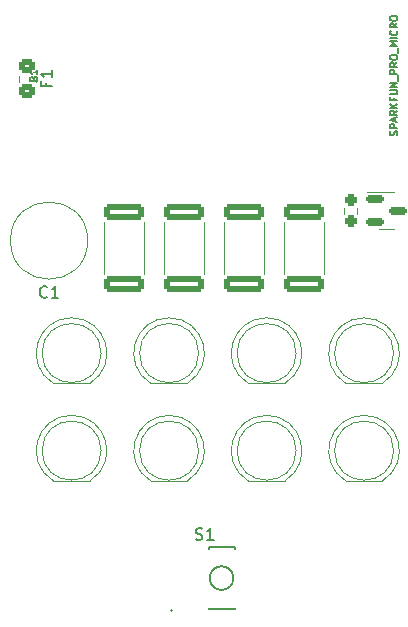
<source format=gbr>
%TF.GenerationSoftware,KiCad,Pcbnew,7.0.9-7.0.9~ubuntu20.04.1*%
%TF.CreationDate,2023-12-28T23:11:07+09:00*%
%TF.ProjectId,diy_oled_3d_controller,6469795f-6f6c-4656-945f-33645f636f6e,rev?*%
%TF.SameCoordinates,Original*%
%TF.FileFunction,Legend,Top*%
%TF.FilePolarity,Positive*%
%FSLAX46Y46*%
G04 Gerber Fmt 4.6, Leading zero omitted, Abs format (unit mm)*
G04 Created by KiCad (PCBNEW 7.0.9-7.0.9~ubuntu20.04.1) date 2023-12-28 23:11:07*
%MOMM*%
%LPD*%
G01*
G04 APERTURE LIST*
G04 Aperture macros list*
%AMRoundRect*
0 Rectangle with rounded corners*
0 $1 Rounding radius*
0 $2 $3 $4 $5 $6 $7 $8 $9 X,Y pos of 4 corners*
0 Add a 4 corners polygon primitive as box body*
4,1,4,$2,$3,$4,$5,$6,$7,$8,$9,$2,$3,0*
0 Add four circle primitives for the rounded corners*
1,1,$1+$1,$2,$3*
1,1,$1+$1,$4,$5*
1,1,$1+$1,$6,$7*
1,1,$1+$1,$8,$9*
0 Add four rect primitives between the rounded corners*
20,1,$1+$1,$2,$3,$4,$5,0*
20,1,$1+$1,$4,$5,$6,$7,0*
20,1,$1+$1,$6,$7,$8,$9,0*
20,1,$1+$1,$8,$9,$2,$3,0*%
G04 Aperture macros list end*
%ADD10C,0.150000*%
%ADD11C,0.127000*%
%ADD12C,0.120000*%
%ADD13RoundRect,0.250000X-0.450000X0.325000X-0.450000X-0.325000X0.450000X-0.325000X0.450000X0.325000X0*%
%ADD14RoundRect,0.237500X-0.237500X0.250000X-0.237500X-0.250000X0.237500X-0.250000X0.237500X0.250000X0*%
%ADD15R,1.800000X1.800000*%
%ADD16C,1.800000*%
%ADD17RoundRect,0.150000X-0.587500X-0.150000X0.587500X-0.150000X0.587500X0.150000X-0.587500X0.150000X0*%
%ADD18RoundRect,0.249999X-1.425001X0.450001X-1.425001X-0.450001X1.425001X-0.450001X1.425001X0.450001X0*%
%ADD19C,1.600000*%
%ADD20C,2.082800*%
%ADD21R,1.700000X1.000000*%
%ADD22R,1.220000X1.220000*%
%ADD23C,1.220000*%
G04 APERTURE END LIST*
D10*
X95002209Y-60277333D02*
X95002209Y-60610666D01*
X95526019Y-60610666D02*
X94526019Y-60610666D01*
X94526019Y-60610666D02*
X94526019Y-60134476D01*
X95526019Y-59229714D02*
X95526019Y-59801142D01*
X95526019Y-59515428D02*
X94526019Y-59515428D01*
X94526019Y-59515428D02*
X94668876Y-59610666D01*
X94668876Y-59610666D02*
X94764114Y-59705904D01*
X94764114Y-59705904D02*
X94811733Y-59801142D01*
X95083333Y-78419580D02*
X95035714Y-78467200D01*
X95035714Y-78467200D02*
X94892857Y-78514819D01*
X94892857Y-78514819D02*
X94797619Y-78514819D01*
X94797619Y-78514819D02*
X94654762Y-78467200D01*
X94654762Y-78467200D02*
X94559524Y-78371961D01*
X94559524Y-78371961D02*
X94511905Y-78276723D01*
X94511905Y-78276723D02*
X94464286Y-78086247D01*
X94464286Y-78086247D02*
X94464286Y-77943390D01*
X94464286Y-77943390D02*
X94511905Y-77752914D01*
X94511905Y-77752914D02*
X94559524Y-77657676D01*
X94559524Y-77657676D02*
X94654762Y-77562438D01*
X94654762Y-77562438D02*
X94797619Y-77514819D01*
X94797619Y-77514819D02*
X94892857Y-77514819D01*
X94892857Y-77514819D02*
X95035714Y-77562438D01*
X95035714Y-77562438D02*
X95083333Y-77610057D01*
X96035714Y-78514819D02*
X95464286Y-78514819D01*
X95750000Y-78514819D02*
X95750000Y-77514819D01*
X95750000Y-77514819D02*
X95654762Y-77657676D01*
X95654762Y-77657676D02*
X95559524Y-77752914D01*
X95559524Y-77752914D02*
X95464286Y-77800533D01*
D11*
X93936094Y-59936742D02*
X93965122Y-59849656D01*
X93965122Y-59849656D02*
X93994151Y-59820627D01*
X93994151Y-59820627D02*
X94052208Y-59791599D01*
X94052208Y-59791599D02*
X94139294Y-59791599D01*
X94139294Y-59791599D02*
X94197351Y-59820627D01*
X94197351Y-59820627D02*
X94226380Y-59849656D01*
X94226380Y-59849656D02*
X94255408Y-59907713D01*
X94255408Y-59907713D02*
X94255408Y-60139942D01*
X94255408Y-60139942D02*
X93645808Y-60139942D01*
X93645808Y-60139942D02*
X93645808Y-59936742D01*
X93645808Y-59936742D02*
X93674837Y-59878685D01*
X93674837Y-59878685D02*
X93703865Y-59849656D01*
X93703865Y-59849656D02*
X93761922Y-59820627D01*
X93761922Y-59820627D02*
X93819980Y-59820627D01*
X93819980Y-59820627D02*
X93878037Y-59849656D01*
X93878037Y-59849656D02*
X93907065Y-59878685D01*
X93907065Y-59878685D02*
X93936094Y-59936742D01*
X93936094Y-59936742D02*
X93936094Y-60139942D01*
X94255408Y-59211027D02*
X94255408Y-59559370D01*
X94255408Y-59385199D02*
X93645808Y-59385199D01*
X93645808Y-59385199D02*
X93732894Y-59443256D01*
X93732894Y-59443256D02*
X93790951Y-59501313D01*
X93790951Y-59501313D02*
X93819980Y-59559370D01*
X124706380Y-64755485D02*
X124735408Y-64668400D01*
X124735408Y-64668400D02*
X124735408Y-64523257D01*
X124735408Y-64523257D02*
X124706380Y-64465200D01*
X124706380Y-64465200D02*
X124677351Y-64436171D01*
X124677351Y-64436171D02*
X124619294Y-64407142D01*
X124619294Y-64407142D02*
X124561237Y-64407142D01*
X124561237Y-64407142D02*
X124503180Y-64436171D01*
X124503180Y-64436171D02*
X124474151Y-64465200D01*
X124474151Y-64465200D02*
X124445122Y-64523257D01*
X124445122Y-64523257D02*
X124416094Y-64639371D01*
X124416094Y-64639371D02*
X124387065Y-64697428D01*
X124387065Y-64697428D02*
X124358037Y-64726457D01*
X124358037Y-64726457D02*
X124299980Y-64755485D01*
X124299980Y-64755485D02*
X124241922Y-64755485D01*
X124241922Y-64755485D02*
X124183865Y-64726457D01*
X124183865Y-64726457D02*
X124154837Y-64697428D01*
X124154837Y-64697428D02*
X124125808Y-64639371D01*
X124125808Y-64639371D02*
X124125808Y-64494228D01*
X124125808Y-64494228D02*
X124154837Y-64407142D01*
X124735408Y-64145886D02*
X124125808Y-64145886D01*
X124125808Y-64145886D02*
X124125808Y-63913657D01*
X124125808Y-63913657D02*
X124154837Y-63855600D01*
X124154837Y-63855600D02*
X124183865Y-63826571D01*
X124183865Y-63826571D02*
X124241922Y-63797543D01*
X124241922Y-63797543D02*
X124329008Y-63797543D01*
X124329008Y-63797543D02*
X124387065Y-63826571D01*
X124387065Y-63826571D02*
X124416094Y-63855600D01*
X124416094Y-63855600D02*
X124445122Y-63913657D01*
X124445122Y-63913657D02*
X124445122Y-64145886D01*
X124561237Y-63565314D02*
X124561237Y-63275029D01*
X124735408Y-63623371D02*
X124125808Y-63420171D01*
X124125808Y-63420171D02*
X124735408Y-63216971D01*
X124735408Y-62665429D02*
X124445122Y-62868629D01*
X124735408Y-63013772D02*
X124125808Y-63013772D01*
X124125808Y-63013772D02*
X124125808Y-62781543D01*
X124125808Y-62781543D02*
X124154837Y-62723486D01*
X124154837Y-62723486D02*
X124183865Y-62694457D01*
X124183865Y-62694457D02*
X124241922Y-62665429D01*
X124241922Y-62665429D02*
X124329008Y-62665429D01*
X124329008Y-62665429D02*
X124387065Y-62694457D01*
X124387065Y-62694457D02*
X124416094Y-62723486D01*
X124416094Y-62723486D02*
X124445122Y-62781543D01*
X124445122Y-62781543D02*
X124445122Y-63013772D01*
X124735408Y-62404172D02*
X124125808Y-62404172D01*
X124735408Y-62055829D02*
X124387065Y-62317086D01*
X124125808Y-62055829D02*
X124474151Y-62404172D01*
X124416094Y-61591372D02*
X124416094Y-61794572D01*
X124735408Y-61794572D02*
X124125808Y-61794572D01*
X124125808Y-61794572D02*
X124125808Y-61504286D01*
X124125808Y-61272058D02*
X124619294Y-61272058D01*
X124619294Y-61272058D02*
X124677351Y-61243029D01*
X124677351Y-61243029D02*
X124706380Y-61214001D01*
X124706380Y-61214001D02*
X124735408Y-61155943D01*
X124735408Y-61155943D02*
X124735408Y-61039829D01*
X124735408Y-61039829D02*
X124706380Y-60981772D01*
X124706380Y-60981772D02*
X124677351Y-60952743D01*
X124677351Y-60952743D02*
X124619294Y-60923715D01*
X124619294Y-60923715D02*
X124125808Y-60923715D01*
X124735408Y-60633429D02*
X124125808Y-60633429D01*
X124125808Y-60633429D02*
X124735408Y-60285086D01*
X124735408Y-60285086D02*
X124125808Y-60285086D01*
X124793465Y-60139943D02*
X124793465Y-59675485D01*
X124735408Y-59530343D02*
X124125808Y-59530343D01*
X124125808Y-59530343D02*
X124125808Y-59298114D01*
X124125808Y-59298114D02*
X124154837Y-59240057D01*
X124154837Y-59240057D02*
X124183865Y-59211028D01*
X124183865Y-59211028D02*
X124241922Y-59182000D01*
X124241922Y-59182000D02*
X124329008Y-59182000D01*
X124329008Y-59182000D02*
X124387065Y-59211028D01*
X124387065Y-59211028D02*
X124416094Y-59240057D01*
X124416094Y-59240057D02*
X124445122Y-59298114D01*
X124445122Y-59298114D02*
X124445122Y-59530343D01*
X124735408Y-58572400D02*
X124445122Y-58775600D01*
X124735408Y-58920743D02*
X124125808Y-58920743D01*
X124125808Y-58920743D02*
X124125808Y-58688514D01*
X124125808Y-58688514D02*
X124154837Y-58630457D01*
X124154837Y-58630457D02*
X124183865Y-58601428D01*
X124183865Y-58601428D02*
X124241922Y-58572400D01*
X124241922Y-58572400D02*
X124329008Y-58572400D01*
X124329008Y-58572400D02*
X124387065Y-58601428D01*
X124387065Y-58601428D02*
X124416094Y-58630457D01*
X124416094Y-58630457D02*
X124445122Y-58688514D01*
X124445122Y-58688514D02*
X124445122Y-58920743D01*
X124125808Y-58195028D02*
X124125808Y-58078914D01*
X124125808Y-58078914D02*
X124154837Y-58020857D01*
X124154837Y-58020857D02*
X124212894Y-57962800D01*
X124212894Y-57962800D02*
X124329008Y-57933771D01*
X124329008Y-57933771D02*
X124532208Y-57933771D01*
X124532208Y-57933771D02*
X124648322Y-57962800D01*
X124648322Y-57962800D02*
X124706380Y-58020857D01*
X124706380Y-58020857D02*
X124735408Y-58078914D01*
X124735408Y-58078914D02*
X124735408Y-58195028D01*
X124735408Y-58195028D02*
X124706380Y-58253086D01*
X124706380Y-58253086D02*
X124648322Y-58311143D01*
X124648322Y-58311143D02*
X124532208Y-58340171D01*
X124532208Y-58340171D02*
X124329008Y-58340171D01*
X124329008Y-58340171D02*
X124212894Y-58311143D01*
X124212894Y-58311143D02*
X124154837Y-58253086D01*
X124154837Y-58253086D02*
X124125808Y-58195028D01*
X124793465Y-57817657D02*
X124793465Y-57353199D01*
X124735408Y-57208057D02*
X124125808Y-57208057D01*
X124125808Y-57208057D02*
X124561237Y-57004857D01*
X124561237Y-57004857D02*
X124125808Y-56801657D01*
X124125808Y-56801657D02*
X124735408Y-56801657D01*
X124735408Y-56511371D02*
X124125808Y-56511371D01*
X124677351Y-55872742D02*
X124706380Y-55901770D01*
X124706380Y-55901770D02*
X124735408Y-55988856D01*
X124735408Y-55988856D02*
X124735408Y-56046913D01*
X124735408Y-56046913D02*
X124706380Y-56133999D01*
X124706380Y-56133999D02*
X124648322Y-56192056D01*
X124648322Y-56192056D02*
X124590265Y-56221085D01*
X124590265Y-56221085D02*
X124474151Y-56250113D01*
X124474151Y-56250113D02*
X124387065Y-56250113D01*
X124387065Y-56250113D02*
X124270951Y-56221085D01*
X124270951Y-56221085D02*
X124212894Y-56192056D01*
X124212894Y-56192056D02*
X124154837Y-56133999D01*
X124154837Y-56133999D02*
X124125808Y-56046913D01*
X124125808Y-56046913D02*
X124125808Y-55988856D01*
X124125808Y-55988856D02*
X124154837Y-55901770D01*
X124154837Y-55901770D02*
X124183865Y-55872742D01*
X124735408Y-55263142D02*
X124445122Y-55466342D01*
X124735408Y-55611485D02*
X124125808Y-55611485D01*
X124125808Y-55611485D02*
X124125808Y-55379256D01*
X124125808Y-55379256D02*
X124154837Y-55321199D01*
X124154837Y-55321199D02*
X124183865Y-55292170D01*
X124183865Y-55292170D02*
X124241922Y-55263142D01*
X124241922Y-55263142D02*
X124329008Y-55263142D01*
X124329008Y-55263142D02*
X124387065Y-55292170D01*
X124387065Y-55292170D02*
X124416094Y-55321199D01*
X124416094Y-55321199D02*
X124445122Y-55379256D01*
X124445122Y-55379256D02*
X124445122Y-55611485D01*
X124125808Y-54885770D02*
X124125808Y-54769656D01*
X124125808Y-54769656D02*
X124154837Y-54711599D01*
X124154837Y-54711599D02*
X124212894Y-54653542D01*
X124212894Y-54653542D02*
X124329008Y-54624513D01*
X124329008Y-54624513D02*
X124532208Y-54624513D01*
X124532208Y-54624513D02*
X124648322Y-54653542D01*
X124648322Y-54653542D02*
X124706380Y-54711599D01*
X124706380Y-54711599D02*
X124735408Y-54769656D01*
X124735408Y-54769656D02*
X124735408Y-54885770D01*
X124735408Y-54885770D02*
X124706380Y-54943828D01*
X124706380Y-54943828D02*
X124648322Y-55001885D01*
X124648322Y-55001885D02*
X124532208Y-55030913D01*
X124532208Y-55030913D02*
X124329008Y-55030913D01*
X124329008Y-55030913D02*
X124212894Y-55001885D01*
X124212894Y-55001885D02*
X124154837Y-54943828D01*
X124154837Y-54943828D02*
X124125808Y-54885770D01*
D10*
X107667817Y-98956771D02*
X107810694Y-99004396D01*
X107810694Y-99004396D02*
X108048821Y-99004396D01*
X108048821Y-99004396D02*
X108144072Y-98956771D01*
X108144072Y-98956771D02*
X108191697Y-98909145D01*
X108191697Y-98909145D02*
X108239322Y-98813894D01*
X108239322Y-98813894D02*
X108239322Y-98718643D01*
X108239322Y-98718643D02*
X108191697Y-98623393D01*
X108191697Y-98623393D02*
X108144072Y-98575767D01*
X108144072Y-98575767D02*
X108048821Y-98528142D01*
X108048821Y-98528142D02*
X107858319Y-98480516D01*
X107858319Y-98480516D02*
X107763068Y-98432891D01*
X107763068Y-98432891D02*
X107715443Y-98385265D01*
X107715443Y-98385265D02*
X107667817Y-98290015D01*
X107667817Y-98290015D02*
X107667817Y-98194764D01*
X107667817Y-98194764D02*
X107715443Y-98099513D01*
X107715443Y-98099513D02*
X107763068Y-98051887D01*
X107763068Y-98051887D02*
X107858319Y-98004262D01*
X107858319Y-98004262D02*
X108096446Y-98004262D01*
X108096446Y-98004262D02*
X108239322Y-98051887D01*
X109191831Y-99004396D02*
X108620326Y-99004396D01*
X108906079Y-99004396D02*
X108906079Y-98004262D01*
X108906079Y-98004262D02*
X108810828Y-98147138D01*
X108810828Y-98147138D02*
X108715577Y-98242389D01*
X108715577Y-98242389D02*
X108620326Y-98290015D01*
D12*
%TO.C,F1*%
X94131200Y-59682748D02*
X94131200Y-60205252D01*
X92711200Y-59682748D02*
X92711200Y-60205252D01*
%TO.C,R1*%
X121305000Y-70865276D02*
X121305000Y-71374724D01*
X120260000Y-70865276D02*
X120260000Y-71374724D01*
%TO.C,D6*%
X103865000Y-94005000D02*
X106955000Y-94005000D01*
X105410462Y-88455001D02*
G75*
G03*
X103865170Y-94004999I-462J-2989999D01*
G01*
X106954830Y-94005000D02*
G75*
G03*
X105409538Y-88455000I-1544830J2560000D01*
G01*
X107910000Y-91445000D02*
G75*
G03*
X107910000Y-91445000I-2500000J0D01*
G01*
%TO.C,D8*%
X120375000Y-94005000D02*
X123465000Y-94005000D01*
X121920462Y-88455001D02*
G75*
G03*
X120375170Y-94004999I-462J-2989999D01*
G01*
X123464830Y-94005000D02*
G75*
G03*
X121919538Y-88455000I-1544830J2560000D01*
G01*
X124420000Y-91445000D02*
G75*
G03*
X124420000Y-91445000I-2500000J0D01*
G01*
%TO.C,D1*%
X95610000Y-85745000D02*
X98700000Y-85745000D01*
X97155462Y-80195001D02*
G75*
G03*
X95610170Y-85744999I-462J-2989999D01*
G01*
X98699830Y-85745000D02*
G75*
G03*
X97154538Y-80195000I-1544830J2560000D01*
G01*
X99655000Y-83185000D02*
G75*
G03*
X99655000Y-83185000I-2500000J0D01*
G01*
%TO.C,Q1*%
X123825000Y-69560000D02*
X122150000Y-69560000D01*
X123825000Y-69560000D02*
X124475000Y-69560000D01*
X123825000Y-72680000D02*
X123175000Y-72680000D01*
X123825000Y-72680000D02*
X124475000Y-72680000D01*
%TO.C,D5*%
X95610000Y-94000000D02*
X98700000Y-94000000D01*
X97155462Y-88450001D02*
G75*
G03*
X95610170Y-93999999I-462J-2989999D01*
G01*
X98699830Y-94000000D02*
G75*
G03*
X97154538Y-88450000I-1544830J2560000D01*
G01*
X99655000Y-91440000D02*
G75*
G03*
X99655000Y-91440000I-2500000J0D01*
G01*
%TO.C,D4*%
X120375000Y-85750000D02*
X123465000Y-85750000D01*
X121920462Y-80200001D02*
G75*
G03*
X120375170Y-85749999I-462J-2989999D01*
G01*
X123464830Y-85750000D02*
G75*
G03*
X121919538Y-80200000I-1544830J2560000D01*
G01*
X124420000Y-83190000D02*
G75*
G03*
X124420000Y-83190000I-2500000J0D01*
G01*
%TO.C,R11*%
X113470000Y-72117936D02*
X113470000Y-76472064D01*
X110050000Y-72117936D02*
X110050000Y-76472064D01*
%TO.C,C1*%
X98520000Y-73660000D02*
G75*
G03*
X98520000Y-73660000I-3270000J0D01*
G01*
%TO.C,D7*%
X112120000Y-94005000D02*
X115210000Y-94005000D01*
X113665462Y-88455001D02*
G75*
G03*
X112120170Y-94004999I-462J-2989999D01*
G01*
X115209830Y-94005000D02*
G75*
G03*
X113664538Y-88455000I-1544830J2560000D01*
G01*
X116165000Y-91445000D02*
G75*
G03*
X116165000Y-91445000I-2500000J0D01*
G01*
%TO.C,D2*%
X103865000Y-85745000D02*
X106955000Y-85745000D01*
X105410462Y-80195001D02*
G75*
G03*
X103865170Y-85744999I-462J-2989999D01*
G01*
X106954830Y-85745000D02*
G75*
G03*
X105409538Y-80195000I-1544830J2560000D01*
G01*
X107910000Y-83185000D02*
G75*
G03*
X107910000Y-83185000I-2500000J0D01*
G01*
%TO.C,R13*%
X103310000Y-72117936D02*
X103310000Y-76472064D01*
X99890000Y-72117936D02*
X99890000Y-76472064D01*
D11*
%TO.C,S1*%
X108755000Y-99635000D02*
X108755000Y-99735000D01*
X108755000Y-99635000D02*
X110955000Y-99635000D01*
X108755000Y-104735000D02*
X108755000Y-104835000D01*
X108755000Y-104835000D02*
X110955000Y-104835000D01*
X110955000Y-99735000D02*
X110955000Y-99635000D01*
X110955000Y-104735000D02*
X110955000Y-104835000D01*
X105668500Y-104985000D02*
G75*
G03*
X105668500Y-104985000I-63500J0D01*
G01*
X110855000Y-102235000D02*
G75*
G03*
X110855000Y-102235000I-1000000J0D01*
G01*
D12*
%TO.C,R10*%
X118550000Y-72117936D02*
X118550000Y-76472064D01*
X115130000Y-72117936D02*
X115130000Y-76472064D01*
%TO.C,R12*%
X108390000Y-72117936D02*
X108390000Y-76472064D01*
X104970000Y-72117936D02*
X104970000Y-76472064D01*
%TO.C,D3*%
X112120000Y-85745000D02*
X115210000Y-85745000D01*
X113665462Y-80195001D02*
G75*
G03*
X112120170Y-85744999I-462J-2989999D01*
G01*
X115209830Y-85745000D02*
G75*
G03*
X113664538Y-80195000I-1544830J2560000D01*
G01*
X116165000Y-83185000D02*
G75*
G03*
X116165000Y-83185000I-2500000J0D01*
G01*
%TD*%
%LPC*%
D13*
%TO.C,F1*%
X93421200Y-60969000D03*
X93421200Y-58919000D03*
%TD*%
D14*
%TO.C,R1*%
X120782500Y-70207500D03*
X120782500Y-72032500D03*
%TD*%
D15*
%TO.C,D6*%
X105410000Y-92715000D03*
D16*
X105410000Y-90175000D03*
%TD*%
D15*
%TO.C,D8*%
X121920000Y-92715000D03*
D16*
X121920000Y-90175000D03*
%TD*%
D15*
%TO.C,D1*%
X97155000Y-84455000D03*
D16*
X97155000Y-81915000D03*
%TD*%
D17*
%TO.C,Q1*%
X122887500Y-70170000D03*
X122887500Y-72070000D03*
X124762500Y-71120000D03*
%TD*%
D15*
%TO.C,D5*%
X97155000Y-92710000D03*
D16*
X97155000Y-90170000D03*
%TD*%
D15*
%TO.C,D4*%
X121920000Y-84460000D03*
D16*
X121920000Y-81920000D03*
%TD*%
D18*
%TO.C,R11*%
X111760000Y-71245000D03*
X111760000Y-77345000D03*
%TD*%
D19*
%TO.C,C1*%
X96500000Y-73660000D03*
X94000000Y-73660000D03*
%TD*%
D15*
%TO.C,D7*%
X113665000Y-92715000D03*
D16*
X113665000Y-90175000D03*
%TD*%
D20*
%TO.C,B1*%
X96520000Y-67310000D03*
X99060000Y-67310000D03*
X101600000Y-67310000D03*
X104140000Y-67310000D03*
X106680000Y-67310000D03*
X109220000Y-67310000D03*
X111760000Y-67310000D03*
X114300000Y-67310000D03*
X116840000Y-67310000D03*
X119380000Y-67310000D03*
X121920000Y-67310000D03*
X124460000Y-67310000D03*
X124460000Y-52070000D03*
X121920000Y-52070000D03*
X119380000Y-52070000D03*
X116840000Y-52070000D03*
X114300000Y-52070000D03*
X111760000Y-52070000D03*
X109220000Y-52070000D03*
X106680000Y-52070000D03*
X104140000Y-52070000D03*
X101600000Y-52070000D03*
X99060000Y-52070000D03*
X96520000Y-52070000D03*
%TD*%
D15*
%TO.C,D2*%
X105410000Y-84455000D03*
D16*
X105410000Y-81915000D03*
%TD*%
D18*
%TO.C,R13*%
X101600000Y-71245000D03*
X101600000Y-77345000D03*
%TD*%
D21*
%TO.C,S1*%
X106705000Y-104135000D03*
X113005000Y-104135000D03*
X106705000Y-100335000D03*
X113005000Y-100335000D03*
%TD*%
D18*
%TO.C,R10*%
X116840000Y-71245000D03*
X116840000Y-77345000D03*
%TD*%
%TO.C,R12*%
X106680000Y-71245000D03*
X106680000Y-77345000D03*
%TD*%
D15*
%TO.C,D3*%
X113665000Y-84455000D03*
D16*
X113665000Y-81915000D03*
%TD*%
D22*
%TO.C,U2*%
X124460000Y-97790000D03*
D23*
X124460000Y-100330000D03*
X124460000Y-102870000D03*
X124460000Y-105410000D03*
X116830000Y-105410000D03*
X116830000Y-102870000D03*
X116830000Y-100330000D03*
X116830000Y-97790000D03*
%TD*%
D22*
%TO.C,U1*%
X101600000Y-97790000D03*
D23*
X101600000Y-100330000D03*
X101600000Y-102870000D03*
X101600000Y-105410000D03*
X93970000Y-105410000D03*
X93970000Y-102870000D03*
X93970000Y-100330000D03*
X93970000Y-97790000D03*
%TD*%
%LPD*%
M02*

</source>
